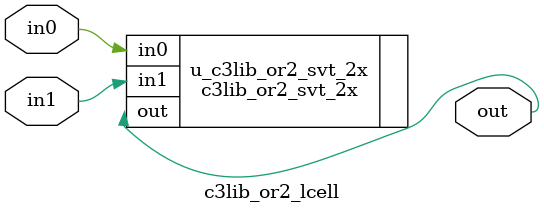
<source format=sv>

module  c3lib_or2_lcell( 

  // Functional IOs
  input  logic	in0,
  input	 logic	in1,
  output logic	out

); 

c3lib_or2_svt_2x u_c3lib_or2_svt_2x(

  .in0	( in0 ),
  .in1	( in1 ),
  .out	( out )

);

endmodule 


</source>
